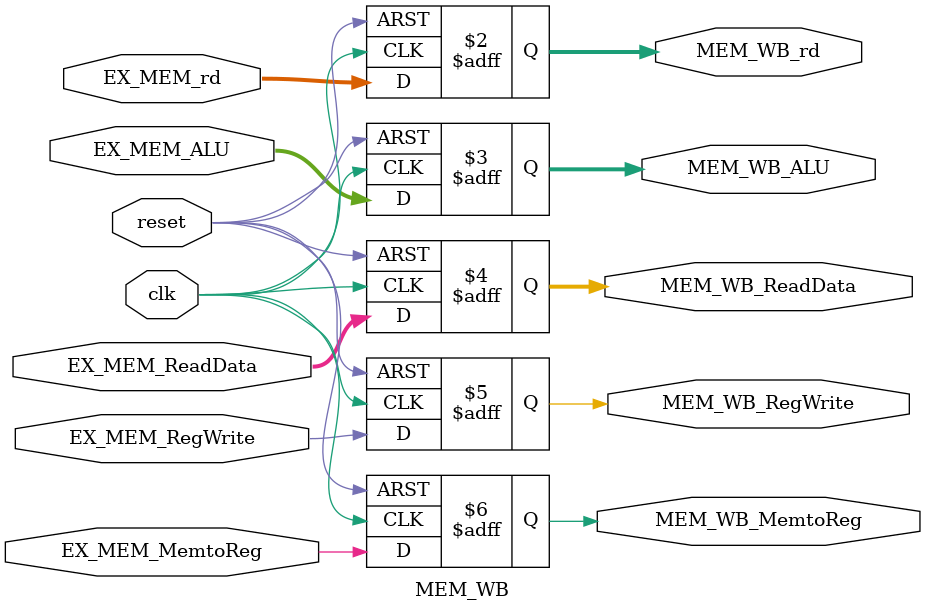
<source format=v>
module MEM_WB(
    input clk, reset,
    input [4:0] EX_MEM_rd,
    input [63:0] EX_MEM_ALU,
    input [63:0] EX_MEM_ReadData,
    input EX_MEM_RegWrite,
    input EX_MEM_MemtoReg,
    
    output reg [4:0] MEM_WB_rd,
    output reg [63:0] MEM_WB_ALU,
    output reg [63:0] MEM_WB_ReadData,
    output reg MEM_WB_RegWrite,
  output reg MEM_WB_MemtoReg);

 
always @(posedge clk or posedge reset)
    begin
        if (reset)
            begin
                MEM_WB_rd = 0;
                MEM_WB_ALU = 0;
                MEM_WB_ReadData = 0;
                MEM_WB_RegWrite = 0;
                MEM_WB_MemtoReg = 0;
            end
        else 
            begin
                MEM_WB_rd = EX_MEM_rd;
                MEM_WB_ALU = EX_MEM_ALU;
                MEM_WB_ReadData = EX_MEM_ReadData;
                MEM_WB_RegWrite = EX_MEM_RegWrite;
                MEM_WB_MemtoReg = EX_MEM_MemtoReg;
            end    
    end
endmodule
</source>
